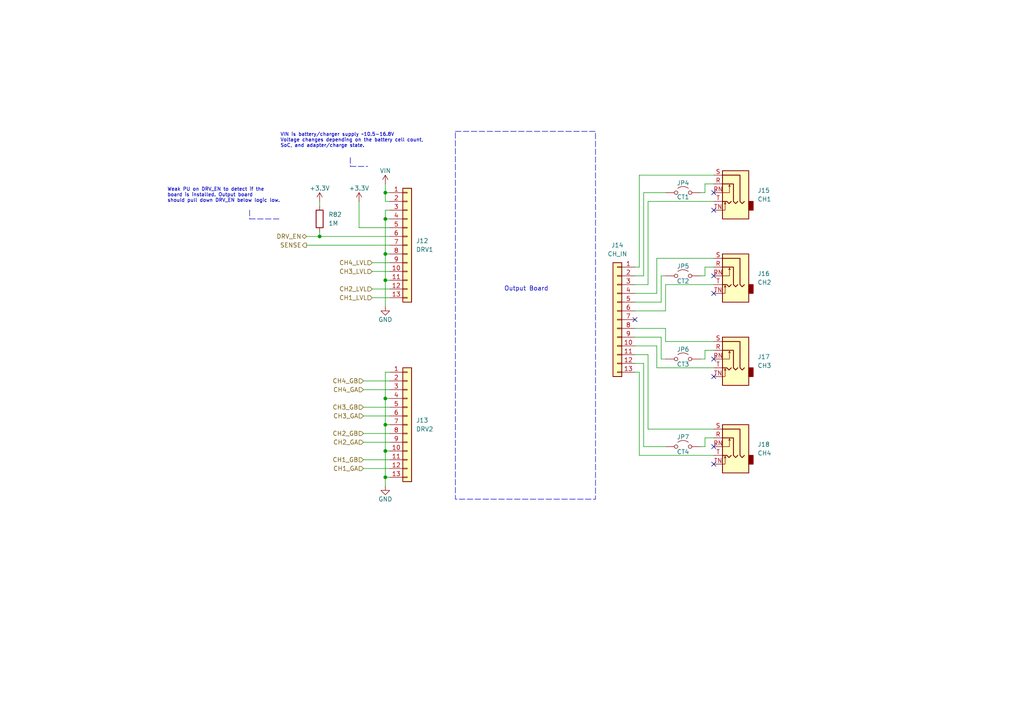
<source format=kicad_sch>
(kicad_sch (version 20231120) (generator "eeschema") (generator_version "8.0")
  (paper "A4")
  (title_block (title "SW32 - Main Board") (date "2024-05-23") (rev "1") (company "saawsm") (comment 4 "Connectors between the output and main board."))
  (lib_symbols
    (symbol "Connector_Audio:AudioJack3_SwitchTR"
      (property "Reference" "J" (at 0 8.89 0))
      (property "Value" "AudioJack3_SwitchTR" (at 0 6.35 0))
      (symbol "AudioJack3_SwitchTR_0_1"
        (rectangle (start -5.08 -5.08) (end -6.35 -7.62) (stroke (width 0.254)) (fill (type outline)))
        (polyline (pts (xy 0.508 -0.254) (xy 0.762 -0.762)))
        (polyline (pts (xy 1.778 -5.334) (xy 2.032 -5.842)))
        (polyline (pts (xy 0 -5.08) (xy 0.635 -5.715) (xy 1.27 -5.08) (xy 2.54 -5.08)) (stroke (width 0.254)))
        (polyline (pts (xy 2.54 -7.62) (xy 1.778 -7.62) (xy 1.778 -5.334) (xy 1.524 -5.842)))
        (polyline (pts (xy 2.54 -2.54) (xy 0.508 -2.54) (xy 0.508 -0.254) (xy 0.254 -0.762)))
        (polyline (pts (xy -1.905 -5.08) (xy -1.27 -5.715) (xy -0.635 -5.08) (xy -0.635 0) (xy 2.54 0)) (stroke (width 0.254)))
        (polyline (pts (xy 2.54 2.54) (xy -2.54 2.54) (xy -2.54 -5.08) (xy -3.175 -5.715) (xy -3.81 -5.08)) (stroke (width 0.254)))
        (rectangle (start 2.54 3.81) (end -5.08 -10.16) (stroke (width 0.254)) (fill (type background)))
      )
      (symbol "AudioJack3_SwitchTR_1_1"
        (pin passive line (at 5.08 0 180) (length 2.54) (name "~") (number "R"))
        (pin passive line (at 5.08 -2.54 180) (length 2.54) (name "~") (number "RN"))
        (pin passive line (at 5.08 2.54 180) (length 2.54) (name "~") (number "S"))
        (pin passive line (at 5.08 -5.08 180) (length 2.54) (name "~") (number "T"))
        (pin passive line (at 5.08 -7.62 180) (length 2.54) (name "~") (number "TN"))
      )
    )
    (symbol "Connector_Generic:Conn_01x13" (pin_names (offset 1.016) hide)
      (property "Reference" "J" (at 0 17.78 0))
      (property "Value" "Conn_01x13" (at 0 -17.78 0))
      (symbol "Conn_01x13_1_1"
        (rectangle (start -1.27 -15.113) (end 0 -15.367) (stroke (width 0.1524)))
        (rectangle (start -1.27 -12.573) (end 0 -12.827) (stroke (width 0.1524)))
        (rectangle (start -1.27 -10.033) (end 0 -10.287) (stroke (width 0.1524)))
        (rectangle (start -1.27 -7.493) (end 0 -7.747) (stroke (width 0.1524)))
        (rectangle (start -1.27 -4.953) (end 0 -5.207) (stroke (width 0.1524)))
        (rectangle (start -1.27 -2.413) (end 0 -2.667) (stroke (width 0.1524)))
        (rectangle (start -1.27 0.127) (end 0 -0.127) (stroke (width 0.1524)))
        (rectangle (start -1.27 2.667) (end 0 2.413) (stroke (width 0.1524)))
        (rectangle (start -1.27 5.207) (end 0 4.953) (stroke (width 0.1524)))
        (rectangle (start -1.27 7.747) (end 0 7.493) (stroke (width 0.1524)))
        (rectangle (start -1.27 10.287) (end 0 10.033) (stroke (width 0.1524)))
        (rectangle (start -1.27 12.827) (end 0 12.573) (stroke (width 0.1524)))
        (rectangle (start -1.27 15.367) (end 0 15.113) (stroke (width 0.1524)))
        (rectangle (start -1.27 16.51) (end 1.27 -16.51) (stroke (width 0.254)) (fill (type background)))
        (pin passive line (at -5.08 15.24 0) (length 3.81) (name "Pin_1") (number "1"))
        (pin passive line (at -5.08 -7.62 0) (length 3.81) (name "Pin_10") (number "10"))
        (pin passive line (at -5.08 -10.16 0) (length 3.81) (name "Pin_11") (number "11"))
        (pin passive line (at -5.08 -12.7 0) (length 3.81) (name "Pin_12") (number "12"))
        (pin passive line (at -5.08 -15.24 0) (length 3.81) (name "Pin_13") (number "13"))
        (pin passive line (at -5.08 12.7 0) (length 3.81) (name "Pin_2") (number "2"))
        (pin passive line (at -5.08 10.16 0) (length 3.81) (name "Pin_3") (number "3"))
        (pin passive line (at -5.08 7.62 0) (length 3.81) (name "Pin_4") (number "4"))
        (pin passive line (at -5.08 5.08 0) (length 3.81) (name "Pin_5") (number "5"))
        (pin passive line (at -5.08 2.54 0) (length 3.81) (name "Pin_6") (number "6"))
        (pin passive line (at -5.08 0 0) (length 3.81) (name "Pin_7") (number "7"))
        (pin passive line (at -5.08 -2.54 0) (length 3.81) (name "Pin_8") (number "8"))
        (pin passive line (at -5.08 -5.08 0) (length 3.81) (name "Pin_9") (number "9"))
      )
    )
    (symbol "Device:R" (pin_numbers hide) (pin_names (offset 0))
      (property "Reference" "R" (at 2.032 0 90))
      (property "Value" "R" (at 0 0 90))
      (symbol "R_0_1"
        (rectangle (start -1.016 -2.54) (end 1.016 2.54) (stroke (width 0.254)))
      )
      (symbol "R_1_1"
        (pin passive line (at 0 3.81 270) (length 1.27) (name "~") (number "1"))
        (pin passive line (at 0 -3.81 90) (length 1.27) (name "~") (number "2"))
      )
    )
    (symbol "Jumper:Jumper_2_Open" (pin_numbers hide) (pin_names (offset 0) hide) (exclude_from_sim yes)
      (property "Reference" "JP" (at 0 2.794 0))
      (property "Value" "Jumper_2_Open" (at 0 -2.286 0))
      (symbol "Jumper_2_Open_0_0"
        (circle (center -2.032 0) (radius 0.508))
        (circle (center 2.032 0) (radius 0.508))
      )
      (symbol "Jumper_2_Open_0_1"
        (arc (start 1.524 1.27) (mid 0 1.778) (end -1.524 1.27))
      )
      (symbol "Jumper_2_Open_1_1"
        (pin passive line (at -5.08 0 0) (length 2.54) (name "A") (number "1"))
        (pin passive line (at 5.08 0 180) (length 2.54) (name "B") (number "2"))
      )
    )
    (symbol "power:+3.3V" (power) (pin_numbers hide) (pin_names (offset 0) hide)
      (property "Value" "+3.3V" (at 0 3.556 0))
      (symbol "+3.3V_0_1"
        (polyline (pts (xy -0.762 1.27) (xy 0 2.54)))
        (polyline (pts (xy 0 0) (xy 0 2.54)))
        (polyline (pts (xy 0 2.54) (xy 0.762 1.27)))
      )
      (symbol "+3.3V_1_1"
        (pin power_in line (at 0 0 90) (length 0) (name "~") (number "1"))
      )
    )
    (symbol "power:GND" (power) (pin_numbers hide) (pin_names (offset 0) hide)
      (property "Value" "GND" (at 0 -3.81 0))
      (symbol "GND_0_1"
        (polyline (pts (xy 0 0) (xy 0 -1.27) (xy 1.27 -1.27) (xy 0 -2.54) (xy -1.27 -1.27) (xy 0 -1.27)))
      )
      (symbol "GND_1_1"
        (pin power_in line (at 0 0 270) (length 0) (name "~") (number "1"))
      )
    )
  )
  (junction (at 92.71 68.58))
  (junction (at 111.76 81.28))
  (junction (at 111.76 63.5))
  (junction (at 111.76 123.19))
  (junction (at 111.76 130.81))
  (junction (at 111.76 73.66))
  (junction (at 111.76 115.57))
  (junction (at 111.76 138.43))
  (junction (at 111.76 55.88))
  (no_connect (at 207.01 129.54))
  (no_connect (at 207.01 60.96))
  (no_connect (at 207.01 109.22))
  (no_connect (at 184.15 92.71))
  (no_connect (at 207.01 85.09))
  (no_connect (at 207.01 55.88))
  (no_connect (at 207.01 104.14))
  (no_connect (at 207.01 134.62))
  (no_connect (at 207.01 80.01))
  (wire (pts (xy 105.41 135.89) (xy 113.03 135.89)))
  (wire (pts (xy 207.01 77.47) (xy 204.47 77.47)))
  (wire (pts (xy 204.47 127) (xy 204.47 129.54)))
  (wire (pts (xy 190.5 100.33) (xy 184.15 100.33)))
  (wire (pts (xy 191.77 87.63) (xy 191.77 80.01)))
  (wire (pts (xy 111.76 55.88) (xy 111.76 58.42)))
  (wire (pts (xy 107.95 83.82) (xy 113.03 83.82)))
  (wire (pts (xy 193.04 82.55) (xy 207.01 82.55)))
  (wire (pts (xy 105.41 113.03) (xy 113.03 113.03)))
  (wire (pts (xy 92.71 68.58) (xy 113.03 68.58)))
  (wire (pts (xy 105.41 110.49) (xy 113.03 110.49)))
  (wire (pts (xy 207.01 53.34) (xy 204.47 53.34)))
  (wire (pts (xy 193.04 95.25) (xy 184.15 95.25)))
  (wire (pts (xy 186.69 55.88) (xy 186.69 80.01)))
  (wire (pts (xy 190.5 85.09) (xy 184.15 85.09)))
  (wire (pts (xy 203.2 80.01) (xy 204.47 80.01)))
  (wire (pts (xy 190.5 106.68) (xy 190.5 100.33)))
  (wire (pts (xy 187.96 58.42) (xy 207.01 58.42)))
  (wire (pts (xy 184.15 107.95) (xy 185.42 107.95)))
  (wire (pts (xy 111.76 73.66) (xy 113.03 73.66)))
  (polyline (pts (xy 72.39 60.96) (xy 72.39 63.5)) (stroke (width 0) (type dash)))
  (wire (pts (xy 111.76 123.19) (xy 111.76 130.81)))
  (wire (pts (xy 113.03 107.95) (xy 111.76 107.95)))
  (wire (pts (xy 111.76 138.43) (xy 111.76 140.97)))
  (wire (pts (xy 185.42 132.08) (xy 207.01 132.08)))
  (wire (pts (xy 187.96 102.87) (xy 187.96 124.46)))
  (wire (pts (xy 187.96 124.46) (xy 207.01 124.46)))
  (wire (pts (xy 105.41 125.73) (xy 113.03 125.73)))
  (wire (pts (xy 190.5 74.93) (xy 207.01 74.93)))
  (wire (pts (xy 111.76 63.5) (xy 113.03 63.5)))
  (wire (pts (xy 203.2 55.88) (xy 204.47 55.88)))
  (wire (pts (xy 203.2 129.54) (xy 204.47 129.54)))
  (wire (pts (xy 111.76 107.95) (xy 111.76 115.57)))
  (wire (pts (xy 107.95 76.2) (xy 113.03 76.2)))
  (wire (pts (xy 186.69 80.01) (xy 184.15 80.01)))
  (wire (pts (xy 111.76 53.34) (xy 111.76 55.88)))
  (polyline (pts (xy 101.6 48.26) (xy 106.68 48.26)) (stroke (width 0) (type dash)))
  (wire (pts (xy 111.76 60.96) (xy 113.03 60.96)))
  (wire (pts (xy 207.01 127) (xy 204.47 127)))
  (wire (pts (xy 184.15 87.63) (xy 191.77 87.63)))
  (wire (pts (xy 185.42 50.8) (xy 207.01 50.8)))
  (wire (pts (xy 184.15 97.79) (xy 191.77 97.79)))
  (wire (pts (xy 107.95 78.74) (xy 113.03 78.74)))
  (wire (pts (xy 184.15 82.55) (xy 187.96 82.55)))
  (wire (pts (xy 111.76 81.28) (xy 111.76 88.9)))
  (wire (pts (xy 105.41 118.11) (xy 113.03 118.11)))
  (wire (pts (xy 111.76 130.81) (xy 111.76 138.43)))
  (wire (pts (xy 88.9 71.12) (xy 113.03 71.12)))
  (wire (pts (xy 203.2 104.14) (xy 204.47 104.14)))
  (wire (pts (xy 187.96 58.42) (xy 187.96 82.55)))
  (wire (pts (xy 204.47 53.34) (xy 204.47 55.88)))
  (wire (pts (xy 204.47 101.6) (xy 204.47 104.14)))
  (wire (pts (xy 191.77 104.14) (xy 193.04 104.14)))
  (wire (pts (xy 111.76 63.5) (xy 111.76 73.66)))
  (wire (pts (xy 111.76 73.66) (xy 111.76 81.28)))
  (wire (pts (xy 185.42 50.8) (xy 185.42 77.47)))
  (wire (pts (xy 105.41 128.27) (xy 113.03 128.27)))
  (wire (pts (xy 104.14 58.42) (xy 104.14 66.04)))
  (wire (pts (xy 193.04 99.06) (xy 193.04 95.25)))
  (wire (pts (xy 111.76 115.57) (xy 113.03 115.57)))
  (wire (pts (xy 184.15 105.41) (xy 186.69 105.41)))
  (wire (pts (xy 184.15 102.87) (xy 187.96 102.87)))
  (wire (pts (xy 92.71 67.31) (xy 92.71 68.58)))
  (wire (pts (xy 111.76 115.57) (xy 111.76 123.19)))
  (wire (pts (xy 190.5 106.68) (xy 207.01 106.68)))
  (wire (pts (xy 88.9 68.58) (xy 92.71 68.58)))
  (wire (pts (xy 186.69 129.54) (xy 193.04 129.54)))
  (wire (pts (xy 193.04 99.06) (xy 207.01 99.06)))
  (wire (pts (xy 92.71 58.42) (xy 92.71 59.69)))
  (wire (pts (xy 111.76 63.5) (xy 111.76 60.96)))
  (wire (pts (xy 191.77 80.01) (xy 193.04 80.01)))
  (wire (pts (xy 105.41 120.65) (xy 113.03 120.65)))
  (wire (pts (xy 111.76 55.88) (xy 113.03 55.88)))
  (polyline (pts (xy 72.39 63.5) (xy 81.28 63.5)) (stroke (width 0) (type dash)))
  (wire (pts (xy 111.76 123.19) (xy 113.03 123.19)))
  (wire (pts (xy 190.5 74.93) (xy 190.5 85.09)))
  (wire (pts (xy 186.69 105.41) (xy 186.69 129.54)))
  (wire (pts (xy 111.76 58.42) (xy 113.03 58.42)))
  (wire (pts (xy 111.76 130.81) (xy 113.03 130.81)))
  (wire (pts (xy 107.95 86.36) (xy 113.03 86.36)))
  (polyline (pts (xy 101.6 45.72) (xy 101.6 48.26)) (stroke (width 0) (type dash)))
  (wire (pts (xy 207.01 101.6) (xy 204.47 101.6)))
  (wire (pts (xy 186.69 55.88) (xy 193.04 55.88)))
  (wire (pts (xy 193.04 90.17) (xy 184.15 90.17)))
  (wire (pts (xy 204.47 77.47) (xy 204.47 80.01)))
  (wire (pts (xy 191.77 97.79) (xy 191.77 104.14)))
  (wire (pts (xy 111.76 138.43) (xy 113.03 138.43)))
  (wire (pts (xy 184.15 77.47) (xy 185.42 77.47)))
  (wire (pts (xy 113.03 81.28) (xy 111.76 81.28)))
  (wire (pts (xy 185.42 107.95) (xy 185.42 132.08)))
  (wire (pts (xy 113.03 66.04) (xy 104.14 66.04)))
  (wire (pts (xy 105.41 133.35) (xy 113.03 133.35)))
  (wire (pts (xy 193.04 82.55) (xy 193.04 90.17)))
  (rectangle (start 132.08 38.1) (end 172.72 144.78) (stroke (width 0) (type dash)))
  (text "VIN is battery/charger supply ~10.5-16.8V\nVoltage changes depending on the battery cell count,\nSoC, and adapter/charge state." (at 81.28 42.926 0) (effects (font (size 1 1)) (justify left bottom)))
  (text "Output Board" (at 152.654 84.582 0) (effects (font (size 1.27 1.27)) (justify bottom)))
  (text "Weak PU on DRV_EN to detect if the\nboard is installed. Output board\nshould pull down DRV_EN below logic low." (at 48.514 56.642 0) (effects (font (size 1 1)) (justify left)))
  (hierarchical_label "CH2_LVL" (shape input) (at 107.95 83.82 180))
  (hierarchical_label "CH2_GB" (shape input) (at 105.41 125.73 180))
  (hierarchical_label "CH4_GA" (shape input) (at 105.41 113.03 180))
  (hierarchical_label "CH3_GA" (shape input) (at 105.41 120.65 180))
  (hierarchical_label "CH4_GB" (shape input) (at 105.41 110.49 180))
  (hierarchical_label "CH4_LVL" (shape input) (at 107.95 76.2 180))
  (hierarchical_label "CH1_LVL" (shape input) (at 107.95 86.36 180))
  (hierarchical_label "CH3_GB" (shape input) (at 105.41 118.11 180))
  (hierarchical_label "DRV_EN" (shape bidirectional) (at 88.9 68.58 180))
  (hierarchical_label "CH1_GA" (shape input) (at 105.41 135.89 180))
  (hierarchical_label "CH3_LVL" (shape input) (at 107.95 78.74 180))
  (hierarchical_label "CH1_GB" (shape input) (at 105.41 133.35 180))
  (hierarchical_label "CH2_GA" (shape input) (at 105.41 128.27 180))
  (hierarchical_label "SENSE" (shape output) (at 88.9 71.12 180))
  (symbol (lib_id "Jumper:Jumper_2_Open") (at 198.12 104.14 0) (unit 1)
    (property "Reference" "JP6" (at 198.12 101.346 0))
    (property "Value" "CT3" (at 198.12 105.664 0))
    (property "Footprint" "Connector_PinHeader_2.54mm:PinHeader_1x02_P2.54mm_Vertical" (effects (hide yes)))
    (property "Description" "Jumper, 2-pole, open" (effects (hide yes)))
  )
  (symbol (lib_id "Connector_Generic:Conn_01x13") (at 118.11 71.12 0) (unit 1)
    (property "Reference" "J12" (at 120.65 69.8499 0) (effects (justify left)))
    (property "Value" "DRV1" (at 120.65 72.3899 0) (effects (justify left)))
    (property "Footprint" "Connector_PinSocket_2.54mm:PinSocket_1x13_P2.54mm_Vertical" (effects (hide yes)))
    (property "Description" "Generic connector, single row, 01x13, script generated (kicad-library-utils/schlib/autogen/connector/)" (effects (hide yes)))
  )
  (symbol (lib_id "Connector_Generic:Conn_01x13") (at 118.11 123.19 0) (unit 1)
    (property "Reference" "J13" (at 120.65 121.9199 0) (effects (justify left)))
    (property "Value" "DRV2" (at 120.65 124.4599 0) (effects (justify left)))
    (property "Footprint" "Connector_PinSocket_2.54mm:PinSocket_1x13_P2.54mm_Vertical" (effects (hide yes)))
    (property "Description" "Generic connector, single row, 01x13, script generated (kicad-library-utils/schlib/autogen/connector/)" (effects (hide yes)))
  )
  (symbol (lib_id "power:GND") (at 111.76 140.97 0) (unit 1)
    (property "Reference" "#PWR0178" (effects (hide yes)))
    (property "Value" "GND" (at 111.76 144.78 0))
    (property "Description" "Power symbol creates a global label with name \"GND\" , ground" (effects (hide yes)))
  )
  (symbol (lib_id "power:+3.3V") (at 104.14 58.42 0) (unit 1)
    (property "Reference" "#PWR0175" (effects (hide yes)))
    (property "Value" "+3.3V" (at 104.14 54.61 0))
    (property "Description" "Power symbol creates a global label with name \"+3.3V\"" (effects (hide yes)))
  )
  (symbol (lib_id "Jumper:Jumper_2_Open") (at 198.12 129.54 0) (unit 1)
    (property "Reference" "JP7" (at 198.12 126.746 0))
    (property "Value" "CT4" (at 198.12 131.064 0))
    (property "Footprint" "Connector_PinHeader_2.54mm:PinHeader_1x02_P2.54mm_Vertical" (effects (hide yes)))
    (property "Description" "Jumper, 2-pole, open" (effects (hide yes)))
  )
  (symbol (lib_id "Connector_Audio:AudioJack3_SwitchTR") (at 212.09 127 0) (mirror y) (unit 1)
    (property "Reference" "J18" (at 219.71 128.9049 0) (effects (justify right)))
    (property "Value" "CH4" (at 219.71 131.4449 0) (effects (justify right)))
    (property "Footprint" "SaawLib:STX-3100-5N" (effects (hide yes)))
    (property "Datasheet" "https://www.kycon.com/Pub_Eng_Draw/STX-3100-5N.pdf" (effects (hide yes)))
    (property "Description" "Audio Jack, 3 Poles (Stereo / TRS), Switched TR Poles (Normalling)" (effects (hide yes)))
    (property "MPN" "STX-3100-5N" (effects (hide yes)))
    (property "MOUSER" "806-STX-3100-5N" (effects (hide yes)))
  )
  (symbol (lib_id "Device:R") (at 92.71 63.5 180) (unit 1)
    (property "Reference" "R82" (at 95.25 62.2299 0) (effects (justify right)))
    (property "Value" "1M" (at 95.25 64.7699 0) (effects (justify right)))
    (property "Footprint" "Resistor_SMD:R_0603_1608Metric" (effects (hide yes)))
    (property "Datasheet" "https://www.yageo.com/upload/media/product/products/datasheet/rchip/PYu-RC_Group_51_RoHS_L_12.pdf" (effects (hide yes)))
    (property "Description" "Resistor" (effects (hide yes)))
    (property "MPN" "RC0603FR-071ML" (effects (hide yes)))
    (property "LCSC" "C22935" (effects (hide yes)))
    (property "MOUSER" "603-RC0603FR-071ML" (effects (hide yes)))
  )
  (symbol (lib_id "Connector_Generic:Conn_01x13") (at 179.07 92.71 0) (mirror y) (unit 1)
    (property "Reference" "J14" (at 179.07 71.12 0))
    (property "Value" "CH_IN" (at 179.07 73.66 0))
    (property "Footprint" "Connector_PinSocket_2.54mm:PinSocket_1x13_P2.54mm_Vertical" (effects (hide yes)))
    (property "Description" "Generic connector, single row, 01x13, script generated (kicad-library-utils/schlib/autogen/connector/)" (effects (hide yes)))
  )
  (symbol (lib_id "power:+3.3V") (at 92.71 58.42 0) (unit 1)
    (property "Reference" "#PWR0174" (effects (hide yes)))
    (property "Value" "+3.3V" (at 92.71 54.61 0))
    (property "Description" "Power symbol creates a global label with name \"+3.3V\"" (effects (hide yes)))
  )
  (symbol (lib_id "Jumper:Jumper_2_Open") (at 198.12 55.88 0) (unit 1)
    (property "Reference" "JP4" (at 198.12 53.086 0))
    (property "Value" "CT1" (at 198.12 57.15 0))
    (property "Footprint" "Connector_PinHeader_2.54mm:PinHeader_1x02_P2.54mm_Vertical" (effects (hide yes)))
    (property "Description" "Jumper, 2-pole, open" (effects (hide yes)))
  )
  (symbol (lib_id "power:+3.3V") (at 111.76 53.34 0) (unit 1)
    (property "Reference" "#PWR0176" (effects (hide yes)))
    (property "Value" "VIN" (at 111.76 49.53 0))
    (property "Description" "Power symbol creates a global label with name \"VIN\"" (effects (hide yes)))
  )
  (symbol (lib_id "Connector_Audio:AudioJack3_SwitchTR") (at 212.09 53.34 0) (mirror y) (unit 1)
    (property "Reference" "J15" (at 219.71 55.2449 0) (effects (justify right)))
    (property "Value" "CH1" (at 219.71 57.7849 0) (effects (justify right)))
    (property "Footprint" "SaawLib:STX-3100-5N" (effects (hide yes)))
    (property "Datasheet" "https://www.kycon.com/Pub_Eng_Draw/STX-3100-5N.pdf" (effects (hide yes)))
    (property "Description" "Audio Jack, 3 Poles (Stereo / TRS), Switched TR Poles (Normalling)" (effects (hide yes)))
    (property "MPN" "STX-3100-5N" (effects (hide yes)))
    (property "MOUSER" "806-STX-3100-5N" (effects (hide yes)))
  )
  (symbol (lib_id "Jumper:Jumper_2_Open") (at 198.12 80.01 0) (unit 1)
    (property "Reference" "JP5" (at 198.12 77.216 0))
    (property "Value" "CT2" (at 198.12 81.534 0))
    (property "Footprint" "Connector_PinHeader_2.54mm:PinHeader_1x02_P2.54mm_Vertical" (effects (hide yes)))
    (property "Description" "Jumper, 2-pole, open" (effects (hide yes)))
  )
  (symbol (lib_id "Connector_Audio:AudioJack3_SwitchTR") (at 212.09 77.47 0) (mirror y) (unit 1)
    (property "Reference" "J16" (at 219.71 79.3749 0) (effects (justify right)))
    (property "Value" "CH2" (at 219.71 81.9149 0) (effects (justify right)))
    (property "Footprint" "SaawLib:STX-3100-5N" (effects (hide yes)))
    (property "Datasheet" "https://www.kycon.com/Pub_Eng_Draw/STX-3100-5N.pdf" (effects (hide yes)))
    (property "Description" "Audio Jack, 3 Poles (Stereo / TRS), Switched TR Poles (Normalling)" (effects (hide yes)))
    (property "MPN" "STX-3100-5N" (effects (hide yes)))
    (property "MOUSER" "806-STX-3100-5N" (effects (hide yes)))
  )
  (symbol (lib_id "power:GND") (at 111.76 88.9 0) (unit 1)
    (property "Reference" "#PWR0177" (effects (hide yes)))
    (property "Value" "GND" (at 111.76 92.71 0))
    (property "Description" "Power symbol creates a global label with name \"GND\" , ground" (effects (hide yes)))
  )
  (symbol (lib_id "Connector_Audio:AudioJack3_SwitchTR") (at 212.09 101.6 0) (mirror y) (unit 1)
    (property "Reference" "J17" (at 219.71 103.5049 0) (effects (justify right)))
    (property "Value" "CH3" (at 219.71 106.0449 0) (effects (justify right)))
    (property "Footprint" "SaawLib:STX-3100-5N" (effects (hide yes)))
    (property "Datasheet" "https://www.kycon.com/Pub_Eng_Draw/STX-3100-5N.pdf" (effects (hide yes)))
    (property "Description" "Audio Jack, 3 Poles (Stereo / TRS), Switched TR Poles (Normalling)" (effects (hide yes)))
    (property "MPN" "STX-3100-5N" (effects (hide yes)))
    (property "MOUSER" "806-STX-3100-5N" (effects (hide yes)))
  )
)
</source>
